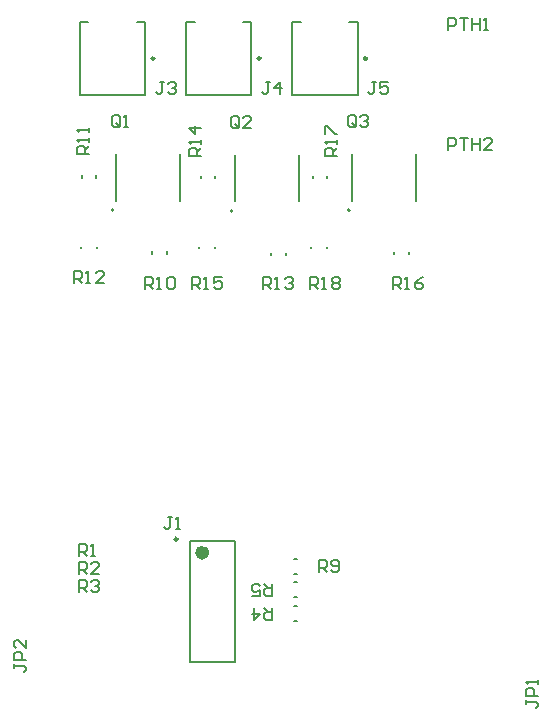
<source format=gto>
G04*
G04 #@! TF.GenerationSoftware,Altium Limited,Altium Designer,22.11.1 (43)*
G04*
G04 Layer_Color=65535*
%FSLAX44Y44*%
%MOMM*%
G71*
G04*
G04 #@! TF.SameCoordinates,A50CEC98-9E7F-4872-83A6-73E00EFDE561*
G04*
G04*
G04 #@! TF.FilePolarity,Positive*
G04*
G01*
G75*
%ADD10C,0.6000*%
%ADD11C,0.2500*%
%ADD12C,0.2000*%
%ADD13C,0.1270*%
D10*
X204000Y146500D02*
G03*
X204000Y146500I-3000J0D01*
G01*
D11*
X180000Y157950D02*
G03*
X180000Y157950I-1250J0D01*
G01*
X160450Y565000D02*
G03*
X160450Y565000I-1250J0D01*
G01*
X250450D02*
G03*
X250450Y565000I-1250J0D01*
G01*
X340450D02*
G03*
X340450Y565000I-1250J0D01*
G01*
D12*
X326000Y436400D02*
G03*
X326000Y436400I-1000J0D01*
G01*
X226700Y435700D02*
G03*
X226700Y435700I-1000J0D01*
G01*
X126000Y436400D02*
G03*
X126000Y436400I-1000J0D01*
G01*
X191000Y53500D02*
X229000D01*
X191000Y156500D02*
X229000D01*
Y53500D02*
Y156500D01*
X191000Y53500D02*
Y156500D01*
X97300Y596000D02*
X104620D01*
X145380D02*
X152700D01*
X97300Y534000D02*
Y596000D01*
Y534000D02*
X152700D01*
Y596000D01*
X187300D02*
X194620D01*
X235380D02*
X242700D01*
X187300Y534000D02*
Y596000D01*
Y534000D02*
X242700D01*
Y596000D01*
X277300D02*
X284620D01*
X325380D02*
X332700D01*
X277300Y534000D02*
Y596000D01*
Y534000D02*
X332700D01*
Y596000D01*
X306450Y463300D02*
Y465300D01*
X294950Y463300D02*
Y465300D01*
X211450Y463300D02*
Y465300D01*
X199950Y463300D02*
Y465300D01*
X110750Y464000D02*
Y466000D01*
X99250Y464000D02*
Y466000D01*
X111500Y404500D02*
Y405500D01*
X98500Y404500D02*
Y405500D01*
X171250Y399750D02*
Y401750D01*
X158750Y399750D02*
Y401750D01*
X211500Y404500D02*
Y405500D01*
X198500Y404500D02*
Y405500D01*
X376250Y399000D02*
Y401000D01*
X363750Y399000D02*
Y401000D01*
X306500Y404500D02*
Y405500D01*
X293500Y404500D02*
Y405500D01*
X271950Y398300D02*
Y400300D01*
X259450Y398300D02*
Y400300D01*
X279000Y101250D02*
X281000D01*
X279000Y88750D02*
X281000D01*
X279000Y121250D02*
X281000D01*
X279000Y108750D02*
X281000D01*
X279000Y141250D02*
X281000D01*
X279000Y128750D02*
X281000D01*
D13*
X382200Y444650D02*
Y484150D01*
X327800Y444650D02*
Y484150D01*
X282900Y443950D02*
Y483450D01*
X228500Y443950D02*
Y483450D01*
X182200Y444650D02*
Y484150D01*
X127800Y444650D02*
Y484150D01*
X409448Y588772D02*
Y598929D01*
X414526D01*
X416219Y597236D01*
Y593850D01*
X414526Y592158D01*
X409448D01*
X419605Y598929D02*
X426376D01*
X422990D01*
Y588772D01*
X429761Y598929D02*
Y588772D01*
Y593850D01*
X436533D01*
Y598929D01*
Y588772D01*
X439918D02*
X443304D01*
X441611D01*
Y598929D01*
X439918Y597236D01*
X175681Y177035D02*
X172296D01*
X173988D01*
Y168571D01*
X172296Y166878D01*
X170603D01*
X168910Y168571D01*
X179067Y166878D02*
X182452D01*
X180760D01*
Y177035D01*
X179067Y175342D01*
X409448Y487172D02*
Y497329D01*
X414526D01*
X416219Y495636D01*
Y492250D01*
X414526Y490558D01*
X409448D01*
X419605Y497329D02*
X426376D01*
X422990D01*
Y487172D01*
X429761Y497329D02*
Y487172D01*
Y492250D01*
X436533D01*
Y497329D01*
Y487172D01*
X446689D02*
X439918D01*
X446689Y493943D01*
Y495636D01*
X444996Y497329D01*
X441611D01*
X439918Y495636D01*
X331129Y508677D02*
Y515448D01*
X329436Y517141D01*
X326051D01*
X324358Y515448D01*
Y508677D01*
X326051Y506984D01*
X329436D01*
X327744Y510370D02*
X331129Y506984D01*
X329436D02*
X331129Y508677D01*
X334515Y515448D02*
X336208Y517141D01*
X339593D01*
X341286Y515448D01*
Y513755D01*
X339593Y512062D01*
X337900D01*
X339593D01*
X341286Y510370D01*
Y508677D01*
X339593Y506984D01*
X336208D01*
X334515Y508677D01*
X292304Y369922D02*
Y380078D01*
X297383D01*
X299075Y378386D01*
Y375000D01*
X297383Y373307D01*
X292304D01*
X295690D02*
X299075Y369922D01*
X302461D02*
X305846D01*
X304154D01*
Y380078D01*
X302461Y378386D01*
X310925D02*
X312618Y380078D01*
X316003D01*
X317696Y378386D01*
Y376693D01*
X316003Y375000D01*
X317696Y373307D01*
Y371614D01*
X316003Y369922D01*
X312618D01*
X310925Y371614D01*
Y373307D01*
X312618Y375000D01*
X310925Y376693D01*
Y378386D01*
X312618Y375000D02*
X316003D01*
X315078Y482304D02*
X304922D01*
Y487383D01*
X306614Y489075D01*
X310000D01*
X311693Y487383D01*
Y482304D01*
Y485690D02*
X315078Y489075D01*
Y492461D02*
Y495846D01*
Y494154D01*
X304922D01*
X306614Y492461D01*
X304922Y500925D02*
Y507696D01*
X306614D01*
X313386Y500925D01*
X315078D01*
X362304Y369922D02*
Y380078D01*
X367383D01*
X369075Y378386D01*
Y375000D01*
X367383Y373307D01*
X362304D01*
X365690D02*
X369075Y369922D01*
X372461D02*
X375846D01*
X374154D01*
Y380078D01*
X372461Y378386D01*
X387696Y380078D02*
X384310Y378386D01*
X380925Y375000D01*
Y371614D01*
X382618Y369922D01*
X386003D01*
X387696Y371614D01*
Y373307D01*
X386003Y375000D01*
X380925D01*
X192304Y369922D02*
Y380078D01*
X197383D01*
X199075Y378386D01*
Y375000D01*
X197383Y373307D01*
X192304D01*
X195690D02*
X199075Y369922D01*
X202461D02*
X205846D01*
X204154D01*
Y380078D01*
X202461Y378386D01*
X217696Y380078D02*
X210925D01*
Y375000D01*
X214310Y376693D01*
X216003D01*
X217696Y375000D01*
Y371614D01*
X216003Y369922D01*
X212618D01*
X210925Y371614D01*
X200078Y482304D02*
X189922D01*
Y487383D01*
X191614Y489075D01*
X195000D01*
X196693Y487383D01*
Y482304D01*
Y485690D02*
X200078Y489075D01*
Y492461D02*
Y495846D01*
Y494154D01*
X189922D01*
X191614Y492461D01*
X200078Y506003D02*
X189922D01*
X195000Y500925D01*
Y507696D01*
X252304Y369922D02*
Y380078D01*
X257383D01*
X259075Y378386D01*
Y375000D01*
X257383Y373307D01*
X252304D01*
X255690D02*
X259075Y369922D01*
X262461D02*
X265846D01*
X264154D01*
Y380078D01*
X262461Y378386D01*
X270925D02*
X272618Y380078D01*
X276003D01*
X277696Y378386D01*
Y376693D01*
X276003Y375000D01*
X274310D01*
X276003D01*
X277696Y373307D01*
Y371614D01*
X276003Y369922D01*
X272618D01*
X270925Y371614D01*
X92304Y374922D02*
Y385078D01*
X97382D01*
X99075Y383386D01*
Y380000D01*
X97382Y378307D01*
X92304D01*
X95690D02*
X99075Y374922D01*
X102461D02*
X105846D01*
X104154D01*
Y385078D01*
X102461Y383386D01*
X117696Y374922D02*
X110925D01*
X117696Y381693D01*
Y383386D01*
X116003Y385078D01*
X112618D01*
X110925Y383386D01*
X105078Y483997D02*
X94922D01*
Y489075D01*
X96614Y490768D01*
X100000D01*
X101693Y489075D01*
Y483997D01*
Y487383D02*
X105078Y490768D01*
Y494154D02*
Y497539D01*
Y495846D01*
X94922D01*
X96614Y494154D01*
X105078Y502618D02*
Y506003D01*
Y504310D01*
X94922D01*
X96614Y502618D01*
X152304Y369922D02*
Y380078D01*
X157382D01*
X159075Y378386D01*
Y375000D01*
X157382Y373307D01*
X152304D01*
X155690D02*
X159075Y369922D01*
X162461D02*
X165846D01*
X164154D01*
Y380078D01*
X162461Y378386D01*
X170925D02*
X172618Y380078D01*
X176003D01*
X177696Y378386D01*
Y371614D01*
X176003Y369922D01*
X172618D01*
X170925Y371614D01*
Y378386D01*
X299906Y130388D02*
Y140545D01*
X304984D01*
X306677Y138852D01*
Y135466D01*
X304984Y133774D01*
X299906D01*
X303291D02*
X306677Y130388D01*
X310063Y132081D02*
X311755Y130388D01*
X315141D01*
X316834Y132081D01*
Y138852D01*
X315141Y140545D01*
X311755D01*
X310063Y138852D01*
Y137159D01*
X311755Y135466D01*
X316834D01*
X260094Y119678D02*
Y109521D01*
X255016D01*
X253323Y111214D01*
Y114600D01*
X255016Y116292D01*
X260094D01*
X256709D02*
X253323Y119678D01*
X243166Y109521D02*
X249937D01*
Y114600D01*
X246552Y112907D01*
X244859D01*
X243166Y114600D01*
Y117985D01*
X244859Y119678D01*
X248245D01*
X249937Y117985D01*
X260094Y99744D02*
Y89587D01*
X255016D01*
X253323Y91280D01*
Y94666D01*
X255016Y96358D01*
X260094D01*
X256709D02*
X253323Y99744D01*
X244859D02*
Y89587D01*
X249937Y94666D01*
X243166D01*
X96412Y113604D02*
Y123761D01*
X101490D01*
X103183Y122068D01*
Y118682D01*
X101490Y116990D01*
X96412D01*
X99798D02*
X103183Y113604D01*
X106569Y122068D02*
X108261Y123761D01*
X111647D01*
X113340Y122068D01*
Y120375D01*
X111647Y118682D01*
X109954D01*
X111647D01*
X113340Y116990D01*
Y115297D01*
X111647Y113604D01*
X108261D01*
X106569Y115297D01*
X96412Y128590D02*
Y138747D01*
X101490D01*
X103183Y137054D01*
Y133668D01*
X101490Y131976D01*
X96412D01*
X99798D02*
X103183Y128590D01*
X113340D02*
X106569D01*
X113340Y135361D01*
Y137054D01*
X111647Y138747D01*
X108261D01*
X106569Y137054D01*
X96412Y143576D02*
Y153733D01*
X101490D01*
X103183Y152040D01*
Y148654D01*
X101490Y146962D01*
X96412D01*
X99798D02*
X103183Y143576D01*
X106569D02*
X109954D01*
X108261D01*
Y153733D01*
X106569Y152040D01*
X231815Y507915D02*
Y514686D01*
X230122Y516379D01*
X226737D01*
X225044Y514686D01*
Y507915D01*
X226737Y506222D01*
X230122D01*
X228430Y509608D02*
X231815Y506222D01*
X230122D02*
X231815Y507915D01*
X241972Y506222D02*
X235201D01*
X241972Y512993D01*
Y514686D01*
X240279Y516379D01*
X236894D01*
X235201Y514686D01*
X130977Y508677D02*
Y515448D01*
X129284Y517141D01*
X125899D01*
X124206Y515448D01*
Y508677D01*
X125899Y506984D01*
X129284D01*
X127592Y510370D02*
X130977Y506984D01*
X129284D02*
X130977Y508677D01*
X134363Y506984D02*
X137748D01*
X136055D01*
Y517141D01*
X134363Y515448D01*
X348307Y545078D02*
X344922D01*
X346614D01*
Y536614D01*
X344922Y534922D01*
X343229D01*
X341536Y536614D01*
X358464Y545078D02*
X351693D01*
Y540000D01*
X355078Y541693D01*
X356771D01*
X358464Y540000D01*
Y536614D01*
X356771Y534922D01*
X353386D01*
X351693Y536614D01*
X258307Y545078D02*
X254922D01*
X256614D01*
Y536614D01*
X254922Y534922D01*
X253229D01*
X251536Y536614D01*
X266771Y534922D02*
Y545078D01*
X261693Y540000D01*
X268464D01*
X168307Y545078D02*
X164922D01*
X166614D01*
Y536614D01*
X164922Y534922D01*
X163229D01*
X161536Y536614D01*
X171693Y543386D02*
X173386Y545078D01*
X176771D01*
X178464Y543386D01*
Y541693D01*
X176771Y540000D01*
X175078D01*
X176771D01*
X178464Y538307D01*
Y536614D01*
X176771Y534922D01*
X173386D01*
X171693Y536614D01*
X41555Y52009D02*
Y48623D01*
Y50316D01*
X50019D01*
X51712Y48623D01*
Y46930D01*
X50019Y45237D01*
X51712Y55394D02*
X41555D01*
Y60472D01*
X43248Y62165D01*
X46634D01*
X48326Y60472D01*
Y55394D01*
X51712Y72322D02*
Y65551D01*
X44941Y72322D01*
X43248D01*
X41555Y70629D01*
Y67244D01*
X43248Y65551D01*
X474843Y21771D02*
Y18386D01*
Y20078D01*
X483307D01*
X485000Y18386D01*
Y16693D01*
X483307Y15000D01*
X485000Y25157D02*
X474843D01*
Y30235D01*
X476536Y31928D01*
X479922D01*
X481614Y30235D01*
Y25157D01*
X485000Y35313D02*
Y38699D01*
Y37006D01*
X474843D01*
X476536Y35313D01*
M02*

</source>
